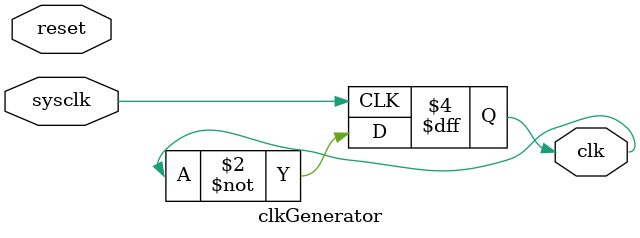
<source format=v>

module clkGenerator (sysclk,reset,clk);
input sysclk,reset;
output reg clk;
// integer counter;

initial begin
    clk <= 0;
end

always @(posedge sysclk) begin
            clk <= ~clk;
end
endmodule
</source>
